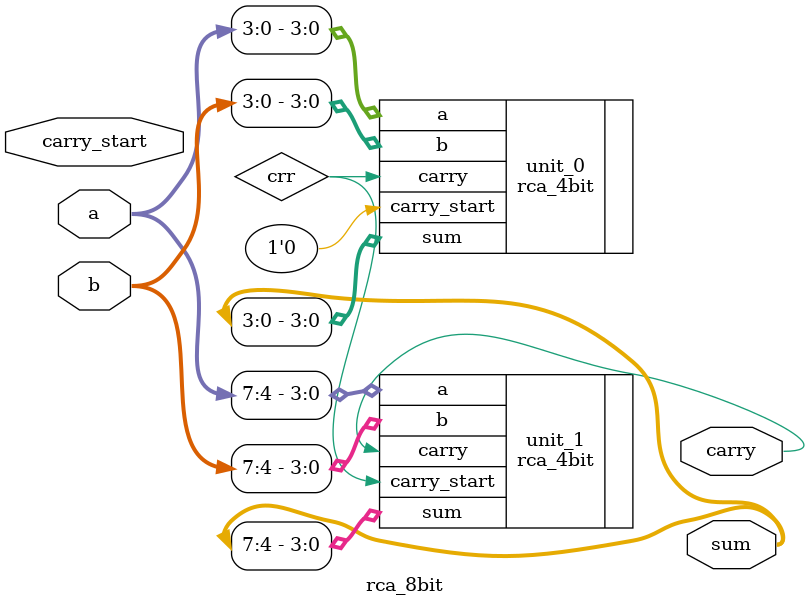
<source format=v>
module rca_8bit(a, b, sum, carry_start, carry);
    input [7:0] a;
    input [7:0] b;
    input carry_start;
    output [7:0] sum;
    output carry;

    wire crr;

    rca_4bit unit_0(
        .a(a[3:0]),
        .b(b[3:0]),
        .sum(sum[3:0]),
        .carry_start(1'b0),
        .carry(crr)
    );

    rca_4bit unit_1(
        .a(a[7:4]),
        .b(b[7:4]),
        .sum(sum[7:4]),
        .carry_start(crr),
        .carry(carry)
    );
endmodule
</source>
